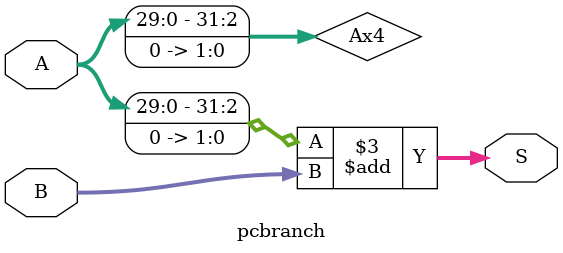
<source format=v>
module pcbranch(
    input [31:0] A,B,
    output reg [31:0] S
);

reg [31:0] Ax4;

always @(*) begin
    Ax4 = A<<2;
    S= Ax4+B;
end
endmodule
</source>
